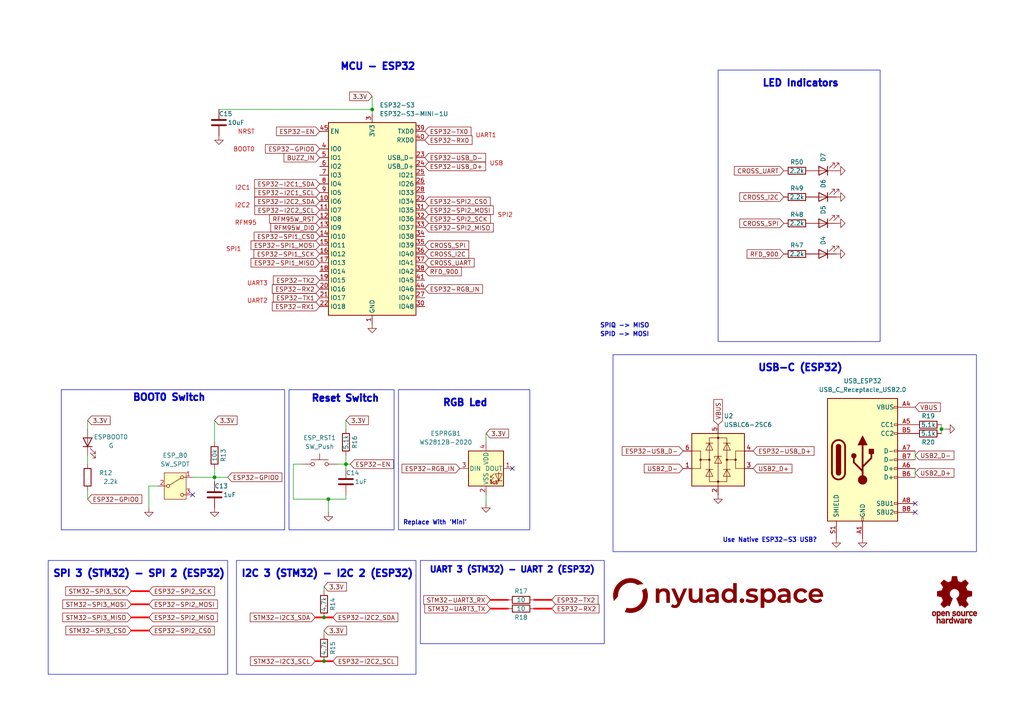
<source format=kicad_sch>
(kicad_sch (version 20250114) (generator "eeschema") (generator_version "9.0")
  (paper "A4")
  (title_block (title "MCU - ESP32 Schematic") (company "Aether Flight Computer") (comment 7 "Aether Flight Computer"))
  (lib_symbols
    (symbol "Connector:USB_C_Receptacle_USB2.0" (pin_names (offset 1.016))
      (property "Reference" "J" (at -10.16 19.05 0))
      (property "Value" "USB_C_Receptacle_USB2.0" (at 19.05 19.05 0))
      (symbol "USB_C_Receptacle_USB2.0_1_1"
        (pin passive line (at -7.62 -22.86 90) (length 5.08) (name "SHIELD") (number "S1"))
        (pin passive line (at 0 -22.86 90) (length 5.08) (name "GND") (number "A1"))
        (pin passive line (at 0 -22.86 90) (length 5.08) (hide yes) (name "GND") (number "A12"))
        (pin passive line (at 0 -22.86 90) (length 5.08) (hide yes) (name "GND") (number "B1"))
        (pin passive line (at 0 -22.86 90) (length 5.08) (hide yes) (name "GND") (number "B12"))
        (pin passive line (at 15.24 15.24 180) (length 5.08) (name "VBUS") (number "A4"))
        (pin passive line (at 15.24 15.24 180) (length 5.08) (hide yes) (name "VBUS") (number "A9"))
        (pin passive line (at 15.24 15.24 180) (length 5.08) (hide yes) (name "VBUS") (number "B4"))
        (pin passive line (at 15.24 15.24 180) (length 5.08) (hide yes) (name "VBUS") (number "B9"))
        (pin bidirectional line (at 15.24 10.16 180) (length 5.08) (name "CC1") (number "A5"))
        (pin bidirectional line (at 15.24 7.62 180) (length 5.08) (name "CC2") (number "B5"))
        (pin bidirectional line (at 15.24 2.54 180) (length 5.08) (name "D-") (number "A7"))
        (pin bidirectional line (at 15.24 0 180) (length 5.08) (name "D-") (number "B7"))
        (pin bidirectional line (at 15.24 -2.54 180) (length 5.08) (name "D+") (number "A6"))
        (pin bidirectional line (at 15.24 -5.08 180) (length 5.08) (name "D+") (number "B6"))
        (pin bidirectional line (at 15.24 -12.7 180) (length 5.08) (name "SBU1") (number "A8"))
        (pin bidirectional line (at 15.24 -15.24 180) (length 5.08) (name "SBU2") (number "B8"))
      )
    )
    (symbol "Device:C" (pin_numbers (hide yes)) (pin_names (offset 0.254))
      (property "Reference" "C" (at 0.635 2.54 0))
      (property "Value" "C" (at 0.635 -2.54 0))
      (symbol "C_1_1"
        (pin passive line (at 0 3.81 270) (length 2.794) (name "~") (number "1"))
        (pin passive line (at 0 -3.81 90) (length 2.794) (name "~") (number "2"))
      )
    )
    (symbol "Device:LED" (pin_numbers (hide yes)) (pin_names (offset 1.016) (hide yes))
      (property "Reference" "D" (at 0 2.54 0))
      (property "Value" "LED" (at 0 -2.54 0))
      (symbol "LED_1_1"
        (pin passive line (at -3.81 0 0) (length 2.54) (name "K") (number "1"))
        (pin passive line (at 3.81 0 180) (length 2.54) (name "A") (number "2"))
      )
    )
    (symbol "Device:R" (pin_numbers (hide yes)) (pin_names (offset 0))
      (property "Reference" "R" (at 2.032 0 90))
      (property "Value" "R" (at 0 0 90))
      (symbol "R_1_1"
        (pin passive line (at 0 3.81 270) (length 1.27) (name "~") (number "1"))
        (pin passive line (at 0 -3.81 90) (length 1.27) (name "~") (number "2"))
      )
    )
    (symbol "LED:WS2812B-2020" (pin_names (offset 0.254))
      (property "Reference" "D" (at 5.08 5.715 0))
      (property "Value" "WS2812B-2020" (at 1.27 -5.715 0))
      (symbol "WS2812B-2020_0_0"
        (text "RGB" (at 2.286 -4.191 0) (effects (font (size 0.762 0.762))))
      )
      (symbol "WS2812B-2020_1_1"
        (pin input line (at -7.62 0 0) (length 2.54) (name "DIN") (number "3"))
        (pin power_in line (at 0 7.62 270) (length 2.54) (name "VDD") (number "4"))
        (pin power_in line (at 0 -7.62 90) (length 2.54) (name "VSS") (number "2"))
        (pin output line (at 7.62 0 180) (length 2.54) (name "DOUT") (number "1"))
      )
    )
    (symbol "Power_Protection:USBLC6-2SC6" (pin_names (hide yes))
      (property "Reference" "U" (at 2.54 8.89 0))
      (property "Value" "USBLC6-2SC6" (at 2.54 -8.89 0))
      (symbol "USBLC6-2SC6_1_1"
        (pin passive line (at -10.16 2.54 0) (length 2.54) (name "I/O1") (number "6"))
        (pin passive line (at -10.16 -2.54 0) (length 2.54) (name "I/O1") (number "1"))
        (pin passive line (at 0 10.16 270) (length 2.54) (name "VBUS") (number "5"))
        (pin passive line (at 0 -10.16 90) (length 2.54) (name "GND") (number "2"))
        (pin passive line (at 10.16 2.54 180) (length 2.54) (name "I/O2") (number "4"))
        (pin passive line (at 10.16 -2.54 180) (length 2.54) (name "I/O2") (number "3"))
      )
    )
    (symbol "RF_Module:ESP32-S3-MINI-1U"
      (property "Reference" "U" (at -11.43 29.21 0))
      (property "Value" "ESP32-S3-MINI-1U" (at 12.7 29.21 0))
      (symbol "ESP32-S3-MINI-1U_1_1"
        (pin input line (at -15.24 25.4 0) (length 2.54) (name "EN") (number "45"))
        (pin bidirectional line (at -15.24 20.32 0) (length 2.54) (name "IO0") (number "4"))
        (pin bidirectional line (at -15.24 17.78 0) (length 2.54) (name "IO1") (number "5"))
        (pin bidirectional line (at -15.24 15.24 0) (length 2.54) (name "IO2") (number "6"))
        (pin bidirectional line (at -15.24 12.7 0) (length 2.54) (name "IO3") (number "7"))
        (pin bidirectional line (at -15.24 10.16 0) (length 2.54) (name "IO4") (number "8"))
        (pin bidirectional line (at -15.24 7.62 0) (length 2.54) (name "IO5") (number "9"))
        (pin bidirectional line (at -15.24 5.08 0) (length 2.54) (name "IO6") (number "10"))
        (pin bidirectional line (at -15.24 2.54 0) (length 2.54) (name "IO7") (number "11"))
        (pin bidirectional line (at -15.24 0 0) (length 2.54) (name "IO8") (number "12"))
        (pin bidirectional line (at -15.24 -2.54 0) (length 2.54) (name "IO9") (number "13"))
        (pin bidirectional line (at -15.24 -5.08 0) (length 2.54) (name "IO10") (number "14"))
        (pin bidirectional line (at -15.24 -7.62 0) (length 2.54) (name "IO11") (number "15"))
        (pin bidirectional line (at -15.24 -10.16 0) (length 2.54) (name "IO12") (number "16"))
        (pin bidirectional line (at -15.24 -12.7 0) (length 2.54) (name "IO13") (number "17"))
        (pin bidirectional line (at -15.24 -15.24 0) (length 2.54) (name "IO14") (number "18"))
        (pin bidirectional line (at -15.24 -17.78 0) (length 2.54) (name "IO15") (number "19"))
        (pin bidirectional line (at -15.24 -20.32 0) (length 2.54) (name "IO16") (number "20"))
        (pin bidirectional line (at -15.24 -22.86 0) (length 2.54) (name "IO17") (number "21"))
        (pin bidirectional line (at -15.24 -25.4 0) (length 2.54) (name "IO18") (number "22"))
        (pin power_in line (at 0 30.48 270) (length 2.54) (name "3V3") (number "3"))
        (pin power_in line (at 0 -30.48 90) (length 2.54) (name "GND") (number "1"))
        (pin passive line (at 0 -30.48 90) (length 2.54) (hide yes) (name "GND") (number "2"))
        (pin passive line (at 0 -30.48 90) (length 2.54) (hide yes) (name "GND") (number "42"))
        (pin passive line (at 0 -30.48 90) (length 2.54) (hide yes) (name "GND") (number "43"))
        (pin passive line (at 0 -30.48 90) (length 2.54) (hide yes) (name "GND") (number "46"))
        (pin passive line (at 0 -30.48 90) (length 2.54) (hide yes) (name "GND") (number "47"))
        (pin passive line (at 0 -30.48 90) (length 2.54) (hide yes) (name "GND") (number "48"))
        (pin passive line (at 0 -30.48 90) (length 2.54) (hide yes) (name "GND") (number "49"))
        (pin passive line (at 0 -30.48 90) (length 2.54) (hide yes) (name "GND") (number "50"))
        (pin passive line (at 0 -30.48 90) (length 2.54) (hide yes) (name "GND") (number "51"))
        (pin passive line (at 0 -30.48 90) (length 2.54) (hide yes) (name "GND") (number "52"))
        (pin passive line (at 0 -30.48 90) (length 2.54) (hide yes) (name "GND") (number "53"))
        (pin passive line (at 0 -30.48 90) (length 2.54) (hide yes) (name "GND") (number "54"))
        (pin passive line (at 0 -30.48 90) (length 2.54) (hide yes) (name "GND") (number "55"))
        (pin passive line (at 0 -30.48 90) (length 2.54) (hide yes) (name "GND") (number "56"))
        (pin passive line (at 0 -30.48 90) (length 2.54) (hide yes) (name "GND") (number "57"))
        (pin passive line (at 0 -30.48 90) (length 2.54) (hide yes) (name "GND") (number "58"))
        (pin passive line (at 0 -30.48 90) (length 2.54) (hide yes) (name "GND") (number "59"))
        (pin passive line (at 0 -30.48 90) (length 2.54) (hide yes) (name "GND") (number "60"))
        (pin passive line (at 0 -30.48 90) (length 2.54) (hide yes) (name "GND") (number "61"))
        (pin passive line (at 0 -30.48 90) (length 2.54) (hide yes) (name "GND") (number "62"))
        (pin passive line (at 0 -30.48 90) (length 2.54) (hide yes) (name "GND") (number "63"))
        (pin passive line (at 0 -30.48 90) (length 2.54) (hide yes) (name "GND") (number "64"))
        (pin passive line (at 0 -30.48 90) (length 2.54) (hide yes) (name "GND") (number "65"))
        (pin bidirectional line (at 15.24 25.4 180) (length 2.54) (name "TXD0") (number "39"))
        (pin bidirectional line (at 15.24 22.86 180) (length 2.54) (name "RXD0") (number "40"))
        (pin bidirectional line (at 15.24 17.78 180) (length 2.54) (name "USB_D-") (number "23"))
        (pin bidirectional line (at 15.24 15.24 180) (length 2.54) (name "USB_D+") (number "24"))
        (pin bidirectional line (at 15.24 12.7 180) (length 2.54) (name "IO21") (number "25"))
        (pin bidirectional line (at 15.24 10.16 180) (length 2.54) (name "IO26") (number "26"))
        (pin bidirectional line (at 15.24 7.62 180) (length 2.54) (name "IO33") (number "28"))
        (pin bidirectional line (at 15.24 5.08 180) (length 2.54) (name "IO34") (number "29"))
        (pin bidirectional line (at 15.24 2.54 180) (length 2.54) (name "IO35") (number "31"))
        (pin bidirectional line (at 15.24 0 180) (length 2.54) (name "IO36") (number "32"))
        (pin bidirectional line (at 15.24 -2.54 180) (length 2.54) (name "IO37") (number "33"))
        (pin bidirectional line (at 15.24 -5.08 180) (length 2.54) (name "IO38") (number "34"))
        (pin bidirectional line (at 15.24 -7.62 180) (length 2.54) (name "IO39") (number "35"))
        (pin bidirectional line (at 15.24 -10.16 180) (length 2.54) (name "IO40") (number "36"))
        (pin bidirectional line (at 15.24 -12.7 180) (length 2.54) (name "IO41") (number "37"))
        (pin bidirectional line (at 15.24 -15.24 180) (length 2.54) (name "IO42") (number "38"))
        (pin bidirectional line (at 15.24 -17.78 180) (length 2.54) (name "IO45") (number "41"))
        (pin bidirectional line (at 15.24 -20.32 180) (length 2.54) (name "IO46") (number "44"))
        (pin bidirectional line (at 15.24 -22.86 180) (length 2.54) (name "IO47") (number "27"))
        (pin bidirectional line (at 15.24 -25.4 180) (length 2.54) (name "IO48") (number "30"))
      )
    )
    (symbol "Switch:SW_Push" (pin_numbers (hide yes)) (pin_names (offset 1.016) (hide yes))
      (property "Reference" "SW" (at 1.27 2.54 0))
      (property "Value" "SW_Push" (at 0 -1.524 0))
      (symbol "SW_Push_0_1"
        (pin passive line (at -5.08 0 0) (length 2.54) (name "1") (number "1"))
        (pin passive line (at 5.08 0 180) (length 2.54) (name "2") (number "2"))
      )
    )
    (symbol "Switch:SW_SPDT" (pin_names (offset 0) (hide yes))
      (property "Reference" "SW" (at 0 5.08 0))
      (property "Value" "SW_SPDT" (at 0 -5.08 0))
      (symbol "SW_SPDT_1_1"
        (pin passive line (at -5.08 0 0) (length 2.54) (name "B") (number "2"))
        (pin passive line (at 5.08 2.54 180) (length 2.54) (name "A") (number "1"))
        (pin passive line (at 5.08 -2.54 180) (length 2.54) (name "C") (number "3"))
      )
    )
    (symbol "nyuad_space:LOGO" (pin_names (offset 1.016)))
    (symbol "osh_logo:LOGO" (pin_names (offset 1.016)))
    (symbol "power:GND" (power) (pin_names (offset 0))
      (property "Value" "GND" (at 0 -3.81 0))
      (symbol "GND_1_1"
        (pin power_in line (at 0 0 270) (length 0) (hide yes) (name "GND") (number "1"))
      )
    )
  )
  (rectangle (start 83.82 113.03) (end 114.3 153.67))
  (rectangle (start 208.28 20.32) (end 255.27 99.06))
  (rectangle (start 115.57 113.03) (end 153.67 153.67))
  (rectangle (start 68.58 162.56) (end 120.65 195.58))
  (rectangle (start 13.97 162.56) (end 66.04 195.58))
  (rectangle (start 121.92 162.56) (end 175.26 186.69))
  (rectangle (start 17.78 113.03) (end 82.55 153.67))
  (rectangle (start 177.8 102.87) (end 283.21 160.02))
  (text "SPI 3 (STM32) - SPI 2 (ESP32)\n" (at 15.24 167.64 0) (effects (font (size 2 2) (thickness 0.8) (bold yes)) (justify left bottom)))
  (text "UART3" (at 71.628 83.058 0) (effects (font (size 1.27 1.27)) (justify left bottom)))
  (text "Use Native ESP32-S3 USB?" (at 209.55 157.48 0) (effects (font (size 1.27 1.27) (bold yes)) (justify left bottom)))
  (text "LED Indicators" (at 220.98 25.4 0) (effects (font (size 2 2) (thickness 0.8) (bold yes)) (justify left bottom)))
  (text "UART2" (at 71.628 88.138 0) (effects (font (size 1.27 1.27)) (justify left bottom)))
  (text "BOOT0 Switch" (at 38.354 116.586 0) (effects (font (size 2 2) (thickness 0.8) (bold yes)) (justify left bottom)))
  (text "RFM95" (at 68.072 65.532 0) (effects (font (size 1.27 1.27)) (justify left bottom)))
  (text "USB" (at 141.986 48.26 0) (effects (font (size 1.27 1.27)) (justify left bottom)))
  (text "NRST" (at 73.914 39.116 0) (effects (font (size 1.27 1.27)) (justify right bottom)))
  (text "RGB Led" (at 128.27 118.11 0) (effects (font (size 2 2) (thickness 0.8) (bold yes)) (justify left bottom)))
  (text "I2C 3 (STM32) - I2C 2 (ESP32)\n" (at 69.85 167.64 0) (effects (font (size 2 2) (thickness 0.8) (bold yes)) (justify left bottom)))
  (text "SPID -> MOSI" (at 173.99 97.79 0) (effects (font (size 1.27 1.27) (bold yes)) (justify left bottom)))
  (text "I2C2" (at 68.072 60.452 0) (effects (font (size 1.27 1.27)) (justify left bottom)))
  (text "USB-C (ESP32)" (at 219.71 107.95 0) (effects (font (size 2 2) (thickness 0.8) (bold yes)) (justify left bottom)))
  (text "SPI2" (at 144.272 63.246 0) (effects (font (size 1.27 1.27)) (justify left bottom)))
  (text "Replace With 'Mini'" (at 116.84 152.4 0) (effects (font (size 1.27 1.27) (bold yes)) (justify left bottom)))
  (text "SPI1" (at 65.532 73.152 0) (effects (font (size 1.27 1.27)) (justify left bottom)))
  (text "Reset Switch" (at 90.17 116.84 0) (effects (font (size 2 2) (thickness 0.8) (bold yes)) (justify left bottom)))
  (text "SPIQ -> MISO" (at 173.99 95.25 0) (effects (font (size 1.27 1.27) (bold yes)) (justify left bottom)))
  (text "BOOT0" (at 73.914 44.196 0) (effects (font (size 1.27 1.27)) (justify right bottom)))
  (text "MCU - ESP32" (at 98.552 20.574 0) (effects (font (size 2 2) (thickness 0.8) (bold yes)) (justify left bottom)))
  (text "UART 3 (STM32) - UART 2 (ESP32)\n" (at 124.46 166.37 0) (effects (font (size 1.75 1.75) (thickness 0.8) (bold yes)) (justify left bottom)))
  (text "I2C1" (at 72.644 55.372 0) (effects (font (size 1.27 1.27)) (justify right bottom)))
  (text "UART1" (at 137.922 40.132 0) (effects (font (size 1.27 1.27)) (justify left bottom)))
  (junction (at 93.98 191.77))
  (junction (at 95.25 144.78))
  (junction (at 107.95 31.75))
  (junction (at 273.05 124.46))
  (junction (at 100.33 134.62))
  (junction (at 93.98 179.07))
  (junction (at 62.23 138.43))
  (no_connect (at 265.43 148.59))
  (no_connect (at 148.59 135.89))
  (no_connect (at 265.43 146.05))
  (no_connect (at 55.88 143.51))
  (wire (pts (xy 93.98 170.18) (xy 93.98 171.45)))
  (wire (pts (xy 93.98 179.07) (xy 91.44 179.07)) (stroke (width 0.5) (color 255 0 0 1)))
  (wire (pts (xy 265.43 130.81) (xy 265.43 133.35)))
  (wire (pts (xy 66.04 138.43) (xy 62.23 138.43)))
  (wire (pts (xy 100.33 121.92) (xy 100.33 124.46)))
  (wire (pts (xy 107.95 27.94) (xy 107.95 31.75)))
  (wire (pts (xy 25.4 134.62) (xy 25.4 132.08)))
  (wire (pts (xy 107.95 31.75) (xy 107.95 33.02)))
  (wire (pts (xy 43.18 140.97) (xy 45.72 140.97)))
  (wire (pts (xy 100.33 135.89) (xy 100.33 134.62)))
  (wire (pts (xy 95.25 144.78) (xy 85.09 144.78)))
  (wire (pts (xy 160.02 176.53) (xy 154.94 176.53)) (stroke (width 0.5) (color 255 0 0 1)))
  (wire (pts (xy 147.32 176.53) (xy 142.24 176.53)) (stroke (width 0.5) (color 255 0 0 1)))
  (wire (pts (xy 95.25 144.78) (xy 100.33 144.78)))
  (wire (pts (xy 93.98 182.88) (xy 93.98 184.15)))
  (wire (pts (xy 273.05 124.46) (xy 273.05 125.73)))
  (wire (pts (xy 273.05 124.46) (xy 274.32 124.46)))
  (wire (pts (xy 273.05 123.19) (xy 273.05 124.46)))
  (wire (pts (xy 100.33 134.62) (xy 101.6 134.62)))
  (wire (pts (xy 97.79 134.62) (xy 100.33 134.62)))
  (wire (pts (xy 100.33 132.08) (xy 100.33 134.62)))
  (wire (pts (xy 63.5 31.75) (xy 107.95 31.75)))
  (wire (pts (xy 96.52 191.77) (xy 93.98 191.77)) (stroke (width 0.5) (color 255 0 0 1)))
  (wire (pts (xy 25.4 144.78) (xy 25.4 142.24)))
  (wire (pts (xy 100.33 144.78) (xy 100.33 143.51)))
  (wire (pts (xy 85.09 144.78) (xy 85.09 134.62)))
  (wire (pts (xy 43.18 175.26) (xy 38.1 175.26)) (stroke (width 0.5) (color 255 0 0 1)))
  (wire (pts (xy 85.09 134.62) (xy 87.63 134.62)))
  (wire (pts (xy 62.23 121.92) (xy 62.23 128.27)))
  (wire (pts (xy 43.18 140.97) (xy 43.18 147.32)))
  (wire (pts (xy 25.4 121.92) (xy 25.4 124.46)))
  (wire (pts (xy 43.18 171.45) (xy 38.1 171.45)) (stroke (width 0.5) (color 255 0 0 1)))
  (wire (pts (xy 38.1 182.88) (xy 43.18 182.88)) (stroke (width 0.5) (color 255 0 0 1)))
  (wire (pts (xy 62.23 139.7) (xy 62.23 138.43)))
  (wire (pts (xy 265.43 135.89) (xy 265.43 138.43)))
  (wire (pts (xy 160.02 173.99) (xy 154.94 173.99)) (stroke (width 0.5) (color 255 0 0 1)))
  (wire (pts (xy 95.25 148.59) (xy 95.25 144.78)))
  (wire (pts (xy 43.18 179.07) (xy 38.1 179.07)) (stroke (width 0.5) (color 255 0 0 1)))
  (wire (pts (xy 147.32 173.99) (xy 142.24 173.99)) (stroke (width 0.5) (color 255 0 0 1)))
  (wire (pts (xy 96.52 179.07) (xy 93.98 179.07)) (stroke (width 0.5) (color 255 0 0 1)))
  (wire (pts (xy 140.97 125.73) (xy 140.97 128.27)))
  (wire (pts (xy 55.88 138.43) (xy 62.23 138.43)))
  (wire (pts (xy 140.97 146.05) (xy 140.97 143.51)))
  (wire (pts (xy 62.23 135.89) (xy 62.23 138.43)))
  (wire (pts (xy 93.98 191.77) (xy 91.44 191.77)) (stroke (width 0.5) (color 255 0 0 1)))
  (global_label "3.3V" (shape input) (at 62.23 121.92 0) (property "Intersheetrefs" "${INTERSHEET_REFS}" (effects (hide yes))))
  (global_label "ESP32-SPI1_MISO" (shape input) (at 92.71 76.2 180) (property "Intersheetrefs" "${INTERSHEET_REFS}" (effects (hide yes))))
  (global_label "ESP32-TX1" (shape input) (at 92.71 86.36 180) (property "Intersheetrefs" "${INTERSHEET_REFS}" (effects (hide yes))))
  (global_label "RFD_900" (shape input) (at 227.33 73.66 180) (property "Intersheetrefs" "${INTERSHEET_REFS}" (effects (hide yes))))
  (global_label "ESP32-TX0" (shape input) (at 123.19 38.1 0) (property "Intersheetrefs" "${INTERSHEET_REFS}" (effects (hide yes))))
  (global_label "ESP32-I2C2_SCL" (shape input) (at 92.71 60.96 180) (property "Intersheetrefs" "${INTERSHEET_REFS}" (effects (hide yes))))
  (global_label "RFD_900" (shape input) (at 123.19 78.74 0) (property "Intersheetrefs" "${INTERSHEET_REFS}" (effects (hide yes))))
  (global_label "ESP32-I2C2_SCL" (shape input) (at 96.52 191.77 0) (property "Intersheetrefs" "${INTERSHEET_REFS}" (effects (hide yes))))
  (global_label "ESP32-SPI2_SCK" (shape input) (at 123.19 63.5 0) (property "Intersheetrefs" "${INTERSHEET_REFS}" (effects (hide yes))))
  (global_label "USB2_D-" (shape input) (at 198.12 135.89 180) (property "Intersheetrefs" "${INTERSHEET_REFS}" (effects (hide yes))))
  (global_label "ESP32-GPIO0" (shape input) (at 66.04 138.43 0) (property "Intersheetrefs" "${INTERSHEET_REFS}" (effects (hide yes))))
  (global_label "USB2_D+" (shape input) (at 218.44 135.89 0) (property "Intersheetrefs" "${INTERSHEET_REFS}" (effects (hide yes))))
  (global_label "ESP32-I2C2_SDA" (shape input) (at 96.52 179.07 0) (property "Intersheetrefs" "${INTERSHEET_REFS}" (effects (hide yes))))
  (global_label "ESP32-GPIO0" (shape input) (at 25.4 144.78 0) (property "Intersheetrefs" "${INTERSHEET_REFS}" (effects (hide yes))))
  (global_label "ESP32-SPI1_SCK" (shape input) (at 92.71 73.66 180) (property "Intersheetrefs" "${INTERSHEET_REFS}" (effects (hide yes))))
  (global_label "ESP32-SPI2_CS0" (shape input) (at 43.18 182.88 0) (property "Intersheetrefs" "${INTERSHEET_REFS}" (effects (hide yes))))
  (global_label "STM32-I2C3_SDA" (shape input) (at 91.44 179.07 180) (property "Intersheetrefs" "${INTERSHEET_REFS}" (effects (hide yes))))
  (global_label "ESP32-SPI1_MOSI" (shape input) (at 92.71 71.12 180) (property "Intersheetrefs" "${INTERSHEET_REFS}" (effects (hide yes))))
  (global_label "RFM95W_DI0" (shape input) (at 92.71 66.04 180) (property "Intersheetrefs" "${INTERSHEET_REFS}" (effects (hide yes))))
  (global_label "ESP32-I2C1_SDA" (shape input) (at 92.71 53.34 180) (property "Intersheetrefs" "${INTERSHEET_REFS}" (effects (hide yes))))
  (global_label "STM32-SPI3_SCK" (shape input) (at 38.1 171.45 180) (property "Intersheetrefs" "${INTERSHEET_REFS}" (effects (hide yes))))
  (global_label "VBUS" (shape input) (at 265.43 118.11 0) (property "Intersheetrefs" "${INTERSHEET_REFS}" (effects (hide yes))))
  (global_label "ESP32-RX2" (shape input) (at 92.71 83.82 180) (property "Intersheetrefs" "${INTERSHEET_REFS}" (effects (hide yes))))
  (global_label "CROSS_UART" (shape input) (at 123.19 76.2 0) (property "Intersheetrefs" "${INTERSHEET_REFS}" (effects (hide yes))))
  (global_label "STM32-SPI3_MISO" (shape input) (at 38.1 179.07 180) (property "Intersheetrefs" "${INTERSHEET_REFS}" (effects (hide yes))))
  (global_label "ESP32-USB_D+" (shape input) (at 218.44 130.81 0) (property "Intersheetrefs" "${INTERSHEET_REFS}" (effects (hide yes))))
  (global_label "ESP32-SPI2_MISO" (shape input) (at 123.19 66.04 0) (property "Intersheetrefs" "${INTERSHEET_REFS}" (effects (hide yes))))
  (global_label "BUZZ_IN" (shape input) (at 92.71 45.72 180) (property "Intersheetrefs" "${INTERSHEET_REFS}" (effects (hide yes))))
  (global_label "STM32-I2C3_SCL" (shape input) (at 91.44 191.77 180) (property "Intersheetrefs" "${INTERSHEET_REFS}" (effects (hide yes))))
  (global_label "STM32-UART3_RX" (shape input) (at 142.24 173.99 180) (property "Intersheetrefs" "${INTERSHEET_REFS}" (effects (hide yes))))
  (global_label "ESP32-RGB_IN" (shape input) (at 123.19 83.82 0) (property "Intersheetrefs" "${INTERSHEET_REFS}" (effects (hide yes))))
  (global_label "ESP32-RX1" (shape input) (at 92.71 88.9 180) (property "Intersheetrefs" "${INTERSHEET_REFS}" (effects (hide yes))))
  (global_label "CROSS_I2C" (shape input) (at 227.33 57.15 180) (property "Intersheetrefs" "${INTERSHEET_REFS}" (effects (hide yes))))
  (global_label "ESP32-TX2" (shape input) (at 92.71 81.28 180) (property "Intersheetrefs" "${INTERSHEET_REFS}" (effects (hide yes))))
  (global_label "CROSS_UART" (shape input) (at 227.33 49.53 180) (property "Intersheetrefs" "${INTERSHEET_REFS}" (effects (hide yes))))
  (global_label "ESP32-RX2" (shape input) (at 160.02 176.53 0) (property "Intersheetrefs" "${INTERSHEET_REFS}" (effects (hide yes))))
  (global_label "CROSS_SPI" (shape input) (at 123.19 71.12 0) (property "Intersheetrefs" "${INTERSHEET_REFS}" (effects (hide yes))))
  (global_label "ESP32-RX0" (shape input) (at 123.19 40.64 0) (property "Intersheetrefs" "${INTERSHEET_REFS}" (effects (hide yes))))
  (global_label "ESP32-SPI2_MOSI" (shape input) (at 123.19 60.96 0) (property "Intersheetrefs" "${INTERSHEET_REFS}" (effects (hide yes))))
  (global_label "USB2_D-" (shape input) (at 265.43 132.08 0) (property "Intersheetrefs" "${INTERSHEET_REFS}" (effects (hide yes))))
  (global_label "3.3V" (shape input) (at 93.98 182.88 0) (property "Intersheetrefs" "${INTERSHEET_REFS}" (effects (hide yes))))
  (global_label "ESP32-EN" (shape input) (at 92.71 38.1 180) (property "Intersheetrefs" "${INTERSHEET_REFS}" (effects (hide yes))))
  (global_label "3.3V" (shape input) (at 107.95 27.94 180) (property "Intersheetrefs" "${INTERSHEET_REFS}" (effects (hide yes))))
  (global_label "ESP32-USB_D-" (shape input) (at 123.19 45.72 0) (property "Intersheetrefs" "${INTERSHEET_REFS}" (effects (hide yes))))
  (global_label "ESP32-SPI1_CS0" (shape input) (at 92.71 68.58 180) (property "Intersheetrefs" "${INTERSHEET_REFS}" (effects (hide yes))))
  (global_label "3.3V" (shape input) (at 100.33 121.92 0) (property "Intersheetrefs" "${INTERSHEET_REFS}" (effects (hide yes))))
  (global_label "ESP32-USB_D+" (shape input) (at 123.19 48.26 0) (property "Intersheetrefs" "${INTERSHEET_REFS}" (effects (hide yes))))
  (global_label "ESP32-SPI2_MISO" (shape input) (at 43.18 179.07 0) (property "Intersheetrefs" "${INTERSHEET_REFS}" (effects (hide yes))))
  (global_label "ESP32-I2C2_SDA" (shape input) (at 92.71 58.42 180) (property "Intersheetrefs" "${INTERSHEET_REFS}" (effects (hide yes))))
  (global_label "STM32-SPI3_CS0" (shape input) (at 38.1 182.88 180) (property "Intersheetrefs" "${INTERSHEET_REFS}" (effects (hide yes))))
  (global_label "ESP32-EN" (shape input) (at 101.6 134.62 0) (property "Intersheetrefs" "${INTERSHEET_REFS}" (effects (hide yes))))
  (global_label "RFM95W_RST" (shape input) (at 92.71 63.5 180) (property "Intersheetrefs" "${INTERSHEET_REFS}" (effects (hide yes))))
  (global_label "ESP32-SPI2_SCK" (shape input) (at 43.18 171.45 0) (property "Intersheetrefs" "${INTERSHEET_REFS}" (effects (hide yes))))
  (global_label "CROSS_I2C" (shape input) (at 123.19 73.66 0) (property "Intersheetrefs" "${INTERSHEET_REFS}" (effects (hide yes))))
  (global_label "3.3V" (shape input) (at 140.97 125.73 0) (property "Intersheetrefs" "${INTERSHEET_REFS}" (effects (hide yes))))
  (global_label "3.3V" (shape input) (at 25.4 121.92 0) (property "Intersheetrefs" "${INTERSHEET_REFS}" (effects (hide yes))))
  (global_label "ESP32-RGB_IN" (shape input) (at 133.35 135.89 180) (property "Intersheetrefs" "${INTERSHEET_REFS}" (effects (hide yes))))
  (global_label "3.3V" (shape input) (at 93.98 170.18 0) (property "Intersheetrefs" "${INTERSHEET_REFS}" (effects (hide yes))))
  (global_label "CROSS_SPI" (shape input) (at 227.33 64.77 180) (property "Intersheetrefs" "${INTERSHEET_REFS}" (effects (hide yes))))
  (global_label "ESP32-TX2" (shape input) (at 160.02 173.99 0) (property "Intersheetrefs" "${INTERSHEET_REFS}" (effects (hide yes))))
  (global_label "ESP32-USB_D-" (shape input) (at 198.12 130.81 180) (property "Intersheetrefs" "${INTERSHEET_REFS}" (effects (hide yes))))
  (global_label "ESP32-GPIO0" (shape input) (at 92.71 43.18 180) (property "Intersheetrefs" "${INTERSHEET_REFS}" (effects (hide yes))))
  (global_label "ESP32-SPI2_CS0" (shape input) (at 123.19 58.42 0) (property "Intersheetrefs" "${INTERSHEET_REFS}" (effects (hide yes))))
  (global_label "USB2_D+" (shape input) (at 265.43 137.16 0) (property "Intersheetrefs" "${INTERSHEET_REFS}" (effects (hide yes))))
  (global_label "ESP32-I2C1_SCL" (shape input) (at 92.71 55.88 180) (property "Intersheetrefs" "${INTERSHEET_REFS}" (effects (hide yes))))
  (global_label "ESP32-SPI2_MOSI" (shape input) (at 43.18 175.26 0) (property "Intersheetrefs" "${INTERSHEET_REFS}" (effects (hide yes))))
  (global_label "STM32-SPI3_MOSI" (shape input) (at 38.1 175.26 180) (property "Intersheetrefs" "${INTERSHEET_REFS}" (effects (hide yes))))
  (global_label "STM32-UART3_TX" (shape input) (at 142.24 176.53 180) (property "Intersheetrefs" "${INTERSHEET_REFS}" (effects (hide yes))))
  (global_label "VBUS" (shape input) (at 208.28 123.19 90) (property "Intersheetrefs" "${INTERSHEET_REFS}" (effects (hide yes))))
  (symbol (lib_id "Device:R") (at 93.98 175.26 180) (unit 1)
    (property "Reference" "R14" (at 96.52 175.26 90))
    (property "Value" "4.7k" (at 93.98 175.26 90))
    (property "Footprint" "Resistor_SMD:R_0402_1005Metric" (effects (hide yes)))
  )
  (symbol (lib_id "power:GND") (at 107.95 93.98 0) (unit 1)
    (property "Reference" "#PWR0134" (effects (hide yes)))
    (property "Value" "GND" (effects (hide yes)))
  )
  (symbol (lib_id "Device:LED") (at 238.76 64.77 180) (unit 1)
    (property "Reference" "D5" (at 238.76 62.23 90) (effects (justify right)))
    (property "Value" "LED" (effects (hide yes)))
    (property "Footprint" "LED_SMD:LED_0603_1608Metric" (effects (hide yes)))
  )
  (symbol (lib_id "Device:R") (at 269.24 123.19 270) (unit 1)
    (property "Reference" "R19" (at 269.24 120.65 90))
    (property "Value" "5.1k" (at 269.24 123.19 90))
    (property "Footprint" "Resistor_SMD:R_0402_1005Metric" (effects (hide yes)))
  )
  (symbol (lib_id "power:GND") (at 62.23 147.32 0) (unit 1)
    (property "Reference" "#PWR0124" (effects (hide yes)))
    (property "Value" "GND" (effects (hide yes)))
  )
  (symbol (lib_id "power:GND") (at 274.32 124.46 90) (unit 1)
    (property "Reference" "#PWR0127" (effects (hide yes)))
    (property "Value" "GND" (effects (hide yes)))
  )
  (symbol (lib_id "Device:R") (at 231.14 57.15 270) (unit 1)
    (property "Reference" "R49" (at 231.14 54.61 90))
    (property "Value" "2.2k" (at 231.14 57.15 90))
    (property "Footprint" "Resistor_SMD:R_0603_1608Metric" (effects (hide yes)))
  )
  (symbol (lib_id "power:GND") (at 43.18 147.32 0) (unit 1)
    (property "Reference" "#PWR017" (effects (hide yes)))
    (property "Value" "GND" (effects (hide yes)))
  )
  (symbol (lib_id "Switch:SW_Push") (at 92.71 134.62 0) (unit 1)
    (property "Reference" "ESP_RST1" (at 92.71 127 0))
    (property "Value" "SW_Push" (at 92.71 129.54 0))
    (property "Footprint" "Button_Switch_SMD:SW_SPST_B3U-1000P" (effects (hide yes)))
    (property "Description" "Push button switch, generic, two pins" (effects (hide yes)))
  )
  (symbol (lib_id "Device:LED") (at 238.76 57.15 180) (unit 1)
    (property "Reference" "D6" (at 238.76 54.61 90) (effects (justify right)))
    (property "Value" "LED" (effects (hide yes)))
    (property "Footprint" "LED_SMD:LED_0603_1608Metric" (effects (hide yes)))
  )
  (symbol (lib_id "RF_Module:ESP32-S3-MINI-1U") (at 107.95 63.5 0) (unit 1)
    (property "Reference" "ESP32-S3" (at 110.0933 30.48 0) (effects (justify left)))
    (property "Value" "ESP32-S3-MINI-1U" (at 110.0933 33.02 0) (effects (justify left)))
    (property "Footprint" "RF_Module:ESP32-S2-MINI-1U" (effects (hide yes)))
    (property "Datasheet" "https://www.espressif.com/sites/default/files/documentation/esp32-s3-mini-1_mini-1u_datasheet_en.pdf" (effects (hide yes)))
    (property "Description" "RF Module, ESP32-S3 SoC, Wi-Fi 802.11b/g/n, Bluetooth, BLE, 32-bit, 3.3V, SMD, external antenna" (effects (hide yes)))
  )
  (symbol (lib_id "Power_Protection:USBLC6-2SC6") (at 208.28 133.35 0) (unit 1)
    (property "Reference" "U2" (at 209.9311 120.65 0) (effects (justify left)))
    (property "Value" "USBLC6-2SC6" (at 209.9311 123.19 0) (effects (justify left)))
    (property "Footprint" "Package_TO_SOT_SMD:SOT-23-6" (effects (hide yes)))
    (property "Datasheet" "https://www.st.com/resource/en/datasheet/usblc6-2.pdf" (effects (hide yes)))
  )
  (symbol (lib_id "Device:R") (at 231.14 49.53 270) (unit 1)
    (property "Reference" "R50" (at 231.14 46.99 90))
    (property "Value" "2.2k" (at 231.14 49.53 90))
    (property "Footprint" "Resistor_SMD:R_0603_1608Metric" (effects (hide yes)))
  )
  (symbol (lib_id "Device:R") (at 93.98 187.96 180) (unit 1)
    (property "Reference" "R15" (at 96.52 187.96 90))
    (property "Value" "4.7k" (at 93.98 187.96 90))
    (property "Footprint" "Resistor_SMD:R_0402_1005Metric" (effects (hide yes)))
  )
  (symbol (lib_id "power:GND") (at 95.25 148.59 0) (unit 1)
    (property "Reference" "#PWR0125" (effects (hide yes)))
    (property "Value" "GND" (effects (hide yes)))
  )
  (symbol (lib_id "power:GND") (at 140.97 146.05 0) (unit 1)
    (property "Reference" "#PWR0129" (effects (hide yes)))
    (property "Value" "GND" (effects (hide yes)))
  )
  (symbol (lib_id "power:GND") (at 242.57 49.53 90) (unit 1)
    (property "Reference" "#PWR04" (effects (hide yes)))
    (property "Value" "GND" (effects (hide yes)))
  )
  (symbol (lib_id "Device:LED") (at 25.4 128.27 90) (unit 1)
    (property "Reference" "ESPBOOT0" (at 27.178 126.746 90) (effects (justify right)))
    (property "Value" "G" (at 31.496 129.286 90) (effects (justify right)))
    (property "Footprint" "LED_SMD:LED_0603_1608Metric" (effects (hide yes)))
  )
  (symbol (lib_id "Device:C") (at 100.33 139.7 0) (unit 1)
    (property "Reference" "C14" (at 100.33 137.16 0) (effects (justify left)))
    (property "Value" "1uF" (at 102.87 139.7 0) (effects (justify left)))
    (property "Footprint" "Capacitor_SMD:C_0603_1608Metric" (effects (hide yes)))
  )
  (symbol (lib_id "LED:WS2812B-2020") (at 140.97 135.89 0) (unit 1)
    (property "Reference" "ESPRGB1" (at 129.286 125.73 0))
    (property "Value" "WS2812B-2020" (at 129.286 128.27 0))
    (property "Footprint" "LED_SMD:LED_WS2812B-2020_PLCC4_2.0x2.0mm" (effects (hide yes)))
    (property "Datasheet" "https://cdn-shop.adafruit.com/product-files/4684/4684_WS2812B-2020_V1.3_EN.pdf" (effects (hide yes)))
    (property "Description" "RGB LED with integrated controller, 2.0 x 2.0 mm, 12 mA" (effects (hide yes)))
  )
  (symbol (lib_id "Device:R") (at 231.14 73.66 270) (unit 1)
    (property "Reference" "R47" (at 231.14 71.12 90))
    (property "Value" "2.2k" (at 231.14 73.66 90))
    (property "Footprint" "Resistor_SMD:R_0603_1608Metric" (effects (hide yes)))
  )
  (symbol (lib_id "power:GND") (at 208.28 143.51 0) (unit 1)
    (property "Reference" "#PWR0128" (effects (hide yes)))
    (property "Value" "GND" (effects (hide yes)))
  )
  (symbol (lib_id "power:GND") (at 250.19 156.21 0) (unit 1)
    (property "Reference" "#PWR0126" (effects (hide yes)))
    (property "Value" "GND" (effects (hide yes)))
  )
  (symbol (lib_id "Device:LED") (at 238.76 73.66 180) (unit 1)
    (property "Reference" "D4" (at 238.76 71.12 90) (effects (justify right)))
    (property "Value" "LED" (effects (hide yes)))
    (property "Footprint" "LED_SMD:LED_0603_1608Metric" (effects (hide yes)))
  )
  (symbol (lib_id "Connector:USB_C_Receptacle_USB2.0") (at 250.19 133.35 0) (unit 1)
    (property "Reference" "USB_ESP32" (at 250.19 110.49 0))
    (property "Value" "USB_C_Receptacle_USB2.0" (at 250.19 113.03 0))
    (property "Footprint" "Connector_USB:USB_C_Receptacle_G-Switch_GT-USB-7010ASV" (effects (hide yes)))
    (property "Datasheet" "https://www.usb.org/sites/default/files/documents/usb_type-c.zip" (effects (hide yes)))
  )
  (symbol (lib_id "Device:R") (at 151.13 176.53 90) (unit 1)
    (property "Reference" "R18" (at 151.13 179.07 90))
    (property "Value" "10" (at 151.13 176.53 90))
    (property "Footprint" "Resistor_SMD:R_0402_1005Metric" (effects (hide yes)))
  )
  (symbol (lib_id "Device:C") (at 63.5 35.56 0) (unit 1)
    (property "Reference" "C15" (at 63.5 33.02 0) (effects (justify left)))
    (property "Value" "10uF" (at 66.04 35.56 0) (effects (justify left)))
    (property "Footprint" "Capacitor_SMD:C_0603_1608Metric" (effects (hide yes)))
  )
  (symbol (lib_id "Device:R") (at 25.4 138.43 180) (unit 1)
    (property "Reference" "R12" (at 28.702 137.16 0) (effects (justify right)))
    (property "Value" "2.2k" (at 29.972 139.7 0) (effects (justify right)))
    (property "Footprint" "Resistor_SMD:R_0603_1608Metric" (effects (hide yes)))
  )
  (symbol (lib_id "power:GND") (at 242.57 73.66 90) (unit 1)
    (property "Reference" "#PWR01" (effects (hide yes)))
    (property "Value" "GND" (effects (hide yes)))
  )
  (symbol (lib_id "power:GND") (at 242.57 156.21 0) (unit 1)
    (property "Reference" "#PWR0138" (effects (hide yes)))
    (property "Value" "GND" (effects (hide yes)))
  )
  (symbol (lib_id "Switch:SW_SPDT") (at 50.8 140.97 0) (unit 1)
    (property "Reference" "ESP_B0" (at 50.8 132.08 0))
    (property "Value" "SW_SPDT" (at 50.8 134.62 0))
    (property "Footprint" "Button_Switch_SMD:SW_SPDT_PCM12" (effects (hide yes)))
    (property "Description" "Switch, single pole double throw" (effects (hide yes)))
  )
  (symbol (lib_id "Device:R") (at 231.14 64.77 270) (unit 1)
    (property "Reference" "R48" (at 231.14 62.23 90))
    (property "Value" "2.2k" (at 231.14 64.77 90))
    (property "Footprint" "Resistor_SMD:R_0603_1608Metric" (effects (hide yes)))
  )
  (symbol (lib_id "power:GND") (at 242.57 57.15 90) (unit 1)
    (property "Reference" "#PWR03" (effects (hide yes)))
    (property "Value" "GND" (effects (hide yes)))
  )
  (symbol (lib_id "power:GND") (at 242.57 64.77 90) (unit 1)
    (property "Reference" "#PWR02" (effects (hide yes)))
    (property "Value" "GND" (effects (hide yes)))
  )
  (symbol (lib_id "Device:R") (at 151.13 173.99 90) (unit 1)
    (property "Reference" "R17" (at 151.13 171.45 90))
    (property "Value" "10" (at 151.13 173.99 90))
    (property "Footprint" "Resistor_SMD:R_0402_1005Metric" (effects (hide yes)))
  )
  (symbol (lib_id "Device:R") (at 100.33 128.27 180) (unit 1)
    (property "Reference" "R16" (at 102.87 128.27 90))
    (property "Value" "5.1k" (at 100.33 128.27 90))
    (property "Footprint" "Resistor_SMD:R_0402_1005Metric" (effects (hide yes)))
  )
  (symbol (lib_id "Device:R") (at 269.24 125.73 90) (unit 1)
    (property "Reference" "R20" (at 269.24 128.27 90))
    (property "Value" "5.1k" (at 269.24 125.73 90))
    (property "Footprint" "Resistor_SMD:R_0402_1005Metric" (effects (hide yes)))
  )
  (symbol (lib_id "osh_logo:LOGO") (at 276.86 173.99 0) (unit 1)
    (property "Reference" "#G4" (effects (hide yes)))
    (property "Value" "LOGO" (effects (hide yes)))
  )
  (symbol (lib_id "Device:C") (at 62.23 143.51 0) (unit 1)
    (property "Reference" "C13" (at 62.23 140.97 0) (effects (justify left)))
    (property "Value" "1uF" (at 64.77 143.51 0) (effects (justify left)))
    (property "Footprint" "Capacitor_SMD:C_0603_1608Metric" (effects (hide yes)))
  )
  (symbol (lib_id "nyuad_space:LOGO") (at 208.28 172.72 0) (unit 1)
    (property "Reference" "#G3" (effects (hide yes)))
    (property "Value" "LOGO" (effects (hide yes)))
  )
  (symbol (lib_id "power:GND") (at 63.5 39.37 0) (unit 1)
    (property "Reference" "#PWR0130" (effects (hide yes)))
    (property "Value" "GND" (effects (hide yes)))
  )
  (symbol (lib_id "Device:LED") (at 238.76 49.53 180) (unit 1)
    (property "Reference" "D7" (at 238.76 46.99 90) (effects (justify right)))
    (property "Value" "LED" (effects (hide yes)))
    (property "Footprint" "LED_SMD:LED_0603_1608Metric" (effects (hide yes)))
  )
  (symbol (lib_id "Device:R") (at 62.23 132.08 180) (unit 1)
    (property "Reference" "R13" (at 64.77 132.08 90))
    (property "Value" "10k" (at 62.23 132.08 90))
    (property "Footprint" "Resistor_SMD:R_0402_1005Metric" (effects (hide yes)))
  )
)
</source>
